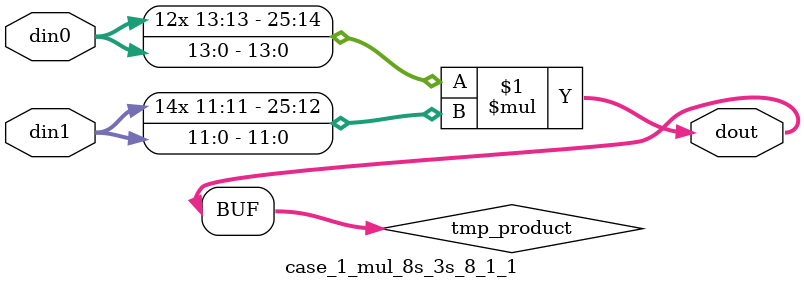
<source format=v>

`timescale 1 ns / 1 ps

 module case_1_mul_8s_3s_8_1_1(din0, din1, dout);
parameter ID = 1;
parameter NUM_STAGE = 0;
parameter din0_WIDTH = 14;
parameter din1_WIDTH = 12;
parameter dout_WIDTH = 26;

input [din0_WIDTH - 1 : 0] din0; 
input [din1_WIDTH - 1 : 0] din1; 
output [dout_WIDTH - 1 : 0] dout;

wire signed [dout_WIDTH - 1 : 0] tmp_product;



























assign tmp_product = $signed(din0) * $signed(din1);








assign dout = tmp_product;





















endmodule

</source>
